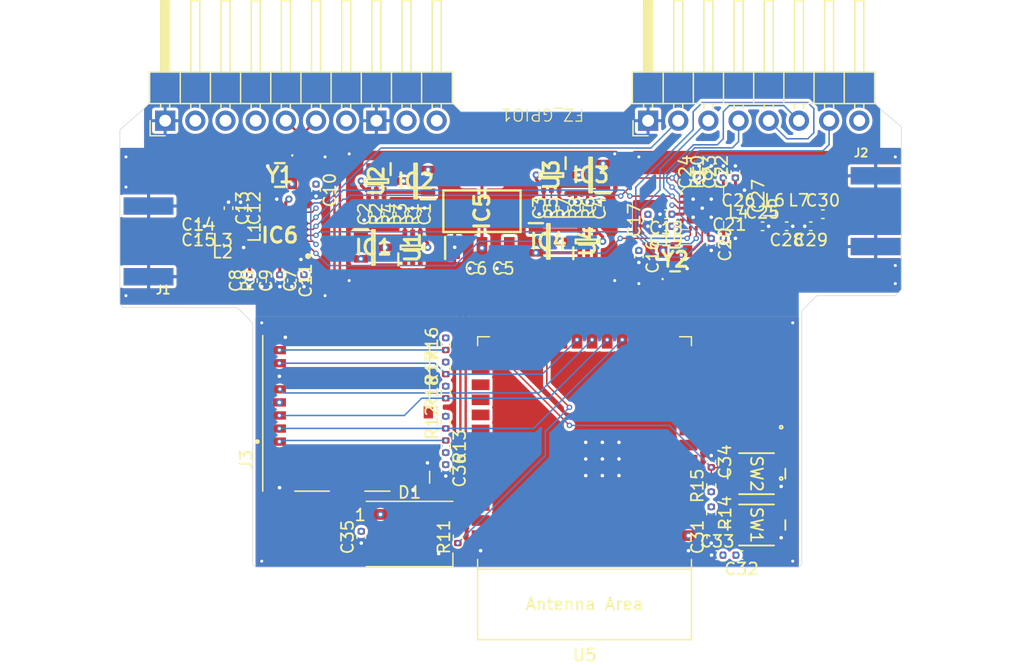
<source format=kicad_pcb>
(kicad_pcb (version 20221018) (generator pcbnew)
  (layers (0 "F.Cu" signal) (1 "In1.Cu" signal) (2 "In2.Cu" signal) (31 "B.Cu" signal) (34 "B.Paste" user) (35 "F.Paste" user) (36 "B.SilkS" user "B.Silkscreen") (37 "F.SilkS" user "F.Silkscreen") (38 "B.Mask" user) (39 "F.Mask" user) (44 "Edge.Cuts" user))
  (net 0 "")
  (net 1 "/Power Supply/+3v3 IN")
  (net 2 "GND")
  (net 3 "/Power Supply/+3v3 LDO")
  (net 4 "/Power Supply/+5v IN")
  (net 5 "/Power Supply/+5v USB")
  (net 6 "Net-(U2-B1)")
  (net 7 "Net-(U3-B1)")
  (net 8 "Net-(U4-B1)")
  (net 9 "/FlipperZero_GPIO/LPUART1_RX")
  (net 10 "/FlipperZero_GPIO/LPUART1_TX")
  (net 11 "/SPI Modules/CE")
  (net 12 "/SPI Modules/CS1")
  (net 13 "/SPI Modules/SCK")
  (net 14 "/SPI Modules/MOSI")
  (net 15 "/SPI Modules/MISO")
  (net 16 "/SPI Modules/CS0")
  (net 17 "/FlipperZero_GPIO/SWCLK")
  (net 18 "/FlipperZero_GPIO/SWDIO")
  (net 20 "/SPI Modules/CC1101/RF_N")
  (net 21 "/SPI Modules/CC1101/RF_P")
  (net 22 "/Power Supply/S0")
  (net 23 "/Power Supply/S2")
  (net 24 "/Power Supply/S1")
  (net 25 "/Power Supply/S3")
  (net 26 "/SPI Modules/CC1101/GDO2")
  (net 29 "/Power Supply/+5v OUT")
  (net 30 "/Power Supply/+3v3 OUT")
  (net 31 "Net-(IC6-DVDD)")
  (net 32 "Net-(IC6-VDD_PA)")
  (net 33 "Net-(C14-Pad2)")
  (net 34 "Net-(C14-Pad1)")
  (net 35 "Net-(C25-Pad1)")
  (net 36 "Net-(C26-Pad2)")
  (net 37 "Net-(C28-Pad2)")
  (net 38 "Net-(C29-Pad1)")
  (net 39 "Net-(C30-Pad2)")
  (net 40 "/SPI Modules/nRF24/IRQ")
  (net 41 "Net-(IC6-XC1)")
  (net 42 "Net-(IC6-ANT1)")
  (net 43 "Net-(IC6-ANT2)")
  (net 44 "Net-(IC6-IREF)")
  (net 45 "Net-(U1-B1)")
  (net 46 "Net-(U6-RBIAS)")
  (net 48 "Net-(U6-XOSC_Q1)")
  (net 56 "/ESP32/USB_D-")
  (net 57 "/ESP32/USB_D+")
  (net 74 "/ESP32/EN")
  (net 75 "/ESP32/BOOT")
  (net 78 "Net-(D1-DIN)")
  (net 79 "/ESP32/DATA2")
  (net 80 "/ESP32/DATA3")
  (net 81 "/ESP32/CMD")
  (net 82 "/ESP32/CLK")
  (net 83 "/ESP32/DATA0")
  (net 84 "/ESP32/DATA1")
  (net 85 "/ESP32/DETECT")
  (net 86 "Net-(U5-GPIO21)")
  (net 90 "/ESP32/SPI_CS1")
  (net 91 "/ESP32/SPI_HD")
  (net 92 "/ESP32/SPI_WP")
  (net 95 "/ESP32/U-")
  (net 96 "/ESP32/U+")
  (footprint "Capacitor_SMD:C_0402_1005Metric" (layer "F.Cu") (at 111.76 59.182 -90)
    (fp_text reference "C10")
    (fp_text value "100nF X7R")
  )
  (footprint "Resistor_SMD:R_0402_1005Metric" (layer "F.Cu") (at 123.698 88.39 90)
    (fp_text reference "R11")
    (fp_text value "220")
  )
  (footprint "Capacitor_SMD:C_0402_1005Metric" (layer "F.Cu") (at 120.904 61.214 90)
    (fp_text reference "C1")
    (fp_text value "100nF X7R")
  )
  (footprint "Downloads:TG2520SMN160000MMCGNNM3" (layer "F.Cu") (at 108.712 57.912 180)
    (fp_text reference "Y1")
    (fp_text value "TG2520SMN_16.0000M-MCGNNM3" hide)
  )
  (footprint "Capacitor_SMD:C_0402_1005Metric" (layer "F.Cu") (at 122.682 82.776 -90)
    (fp_text reference "C36")
    (fp_text value "100nF X7R")
  )
  (footprint "PCM_Espressif:ESP32-S3-WROOM-1" (layer "F.Cu") (at 134.366 81.28 180)
    (fp_text reference "U5")
    (fp_text value "ESP32-S3-WROOM-1")
  )
  (footprint "Capacitor_SMD:C_0402_1005Metric" (layer "F.Cu") (at 154.432 61.214)
    (fp_text reference "C30")
    (fp_text value "220pF NPO")
  )
  (footprint "Capacitor_SMD:C_0402_1005Metric" (layer "F.Cu") (at 145.542 89.916)
    (fp_text reference "C33")
    (fp_text value "100nF X7R")
  )
  (footprint "Downloads:SOT96P240X120-3N" (layer "F.Cu") (at 120.142 58.42 180)
    (fp_text reference "IC2")
    (fp_text value "DMP1045U-7" hide)
  )
  (footprint "Downloads:SOT65P210X110-6N" (layer "F.Cu") (at 119.888 64.008 90)
    (fp_text reference "U1")
    (fp_text value "MMDT2907A-7-F" hide)
  )
  (footprint "Capacitor_SMD:C_0402_1005Metric" (layer "F.Cu") (at 104.394 60.706 -90)
    (fp_text reference "C13")
    (fp_text value "4.7pF NPO")
  )
  (footprint "Downloads:SOT96P240X120-3N" (layer "F.Cu") (at 116.586 64.008)
    (fp_text reference "IC1")
    (fp_text value "DMP1045U-7" hide)
  )
  (footprint "Capacitor_SMD:C_0402_1005Metric" (layer "F.Cu") (at 138.938 64.77 -90)
    (fp_text reference "C16")
    (fp_text value "100nF X7R")
  )
  (footprint "Downloads:RF_SMA_BoardEdge_RF2-143-T-17-50-G" (layer "F.Cu") (at 163.83 60.96 -90)
    (fp_text reference "J2")
    (fp_text value "Conn_SMA_RF2-143-T-17-50-G")
  )
  (footprint "Downloads:SOT96P240X120-3N" (layer "F.Cu") (at 134.874 57.912 180)
    (fp_text reference "IC3")
    (fp_text value "DMP1045U-7" hide)
  )
  (footprint "Inductor_SMD:L_0402_1005Metric" (layer "F.Cu") (at 148.844 60.706 -90)
    (fp_text reference "L5")
    (fp_text value "27nH")
  )
  (footprint "Capacitor_SMD:C_0402_1005Metric" (layer "F.Cu") (at 127.508 65.786 180)
    (fp_text reference "C5")
    (fp_text value "10µF NPO")
  )
  (footprint "Resistor_SMD:R_0402_1005Metric" (layer "F.Cu") (at 118.872 61.214 90)
    (fp_text reference "R3")
    (fp_text value "100k")
  )
  (footprint "Downloads:SW4_SKRPABE010_ALPS" (layer "F.Cu") (at 148.844 87.376 -90)
    (fp_text reference "SW1")
    (fp_text value "SKRPABE010")
  )
  (footprint "Capacitor_SMD:C_0402_1005Metric" (layer "F.Cu") (at 153.416 62.23 180)
    (fp_text reference "C29")
    (fp_text value "5.6pF NPO")
  )
  (footprint "Capacitor_SMD:C_0402_1005Metric" (layer "F.Cu") (at 115.824 61.214 -90)
    (fp_text reference "C2")
    (fp_text value "100nF X7R")
  )
  (footprint "Downloads:SOT65P210X110-6N" (layer "F.Cu") (at 131.572 57.912 -90)
    (fp_text reference "U3")
    (fp_text value "MMDT2907A-7-F" hide)
  )
  (footprint "Capacitor_SMD:C_0402_1005Metric" (layer "F.Cu") (at 146.05 57.658 90)
    (fp_text reference "C23")
    (fp_text value "220pF NPO")
  )
  (footprint "Resistor_SMD:R_0402_1005Metric" (layer "F.Cu") (at 122.682 74.168 90)
    (fp_text reference "R17")
    (fp_text value "10k")
  )
  (footprint "Capacitor_SMD:C_0402_1005Metric" (layer "F.Cu") (at 108.712 66.802 90)
    (fp_text reference "C9")
    (fp_text value "1nF X7R")
  )
  (footprint "Downloads:SOT65P210X110-6N" (layer "F.Cu") (at 116.84 58.42 -90)
    (fp_text reference "U2")
    (fp_text value "MMDT2907A-7-F" hide)
  )
  (footprint "Capacitor_SMD:C_0402_1005Metric" (layer "F.Cu") (at 144.018 57.658 90)
    (fp_text reference "C24")
    (fp_text value "220pF NPO")
  )
  (footprint "Resistor_SMD:R_0402_1005Metric" (layer "F.Cu") (at 132.588 60.706 -90)
    (fp_text reference "R7")
    (fp_text value "100k")
  )
  (footprint "Resistor_SMD:R_0402_1005Metric" (layer "F.Cu") (at 107.188 66.802 90)
    (fp_text reference "R9")
    (fp_text value "22k")
  )
  (footprint "Downloads:RF_SMA_BoardEdge_RF2-143-T-17-50-G" (layer "F.Cu") (at 92.71 63.5 90)
    (fp_text reference "J1")
    (fp_text value "Conn_SMA_RF2-143-T-17-50-G")
  )
  (footprint "Capacitor_SMD:C_0402_1005Metric" (layer "F.Cu") (at 101.854 63.246)
    (fp_text reference "C14")
    (fp_text value "1.5pF NPO")
  )
  (footprint "Capacitor_SMD:C_0402_1005Metric" (layer "F.Cu") (at 109.728 66.802 -90)
    (fp_text reference "C11")
    (fp_text value "33nF X7R")
  )
  (footprint "Downloads:SOT65P210X110-6N" (layer "F.Cu") (at 134.62 63.5 90)
    (fp_text reference "U4")
    (fp_text value "MMDT2907A-7-F" hide)
  )
  (footprint "Capacitor_SMD:C_0402_1005Metric" (layer "F.Cu") (at 106.172 66.802 90)
    (fp_text reference "C8")
    (fp_text value "10nF X7R")
  )
  (footprint "Resistor_SMD:R_0402_1005Metric" (layer "F.Cu") (at 145.034 84.074 90)
    (fp_text reference "R15")
    (fp_text value "10k")
  )
  (footprint "Downloads:SOT96P240X120-3N" (layer "F.Cu") (at 131.318 63.5)
    (fp_text reference "IC4")
    (fp_text value "DMP1045U-7" hide)
  )
  (footprint "Downloads:QFN50P400X400X95-21N-D" (layer "F.Cu") (at 108.712 62.992 180)
    (fp_text reference "IC6")
    (fp_text value "nRF24L01P" hide)
  )
  (footprint "Capacitor_SMD:C_0402_1005Metric" (layer "F.Cu") (at 141.224 61.214 180)
    (fp_text reference "C18")
    (fp_text value "100nF X7R")
  )
  (footprint "Capacitor_SMD:C_0402_1005Metric" (layer "F.Cu") (at 147.32 61.214)
    (fp_text reference "C26")
    (fp_text value "3.9pF NPO")
  )
  (footprint "Downloads:SOT230P700X180-4N" (layer "F.Cu") (at 125.73 60.96 90)
    (fp_text reference "IC5")
    (fp_text value "AZ1117CH2-3.3TRG1" hide)
  )
  (footprint "Capacitor_SMD:C_0402_1005Metric" (layer "F.Cu") (at 147.066 57.658 90)
    (fp_text reference "C22")
    (fp_text value "10nF X7R")
  )
  (footprint "Capacitor_SMD:C_0402_1005Metric" (layer "F.Cu") (at 145.034 63.754 -90)
    (fp_text reference "C20")
    (fp_text value "10nF X7R")
  )
  (footprint "Resistor_SMD:R_0402_1005Metric" (layer "F.Cu") (at 122.682 78.74 90)
    (fp_text reference "R12")
    (fp_text value "10k")
  )
  (footprint "Resistor_SMD:R_0402_1005Metric" (layer "F.Cu") (at 117.856 61.214 -90)
    (fp_text reference "R4")
    (fp_text value "100k")
  )
  (footprint "Downloads:TG2520SMN160000MMCGNNM3" (layer "F.Cu") (at 141.986 65.024)
    (fp_text reference "Y2")
    (fp_text value "TG2520SMN_26.0000M-MCGNNM3" hide)
  )
  (footprint "Capacitor_SMD:C_0402_1005Metric" (layer "F.Cu") (at 146.558 63.246)
    (fp_text reference "C21")
    (fp_text value "220pF NPO")
  )
  (footprint "Resistor_SMD:R_0402_1005Metric" (layer "F.Cu") (at 145.034 57.656 90)
    (fp_text reference "R10")
    (fp_text value "56k")
  )
  (footprint "Resistor_SMD:R_0402_1005Metric" (layer "F.Cu") (at 116.84 61.214 -90)
    (fp_text reference "R2")
    (fp_text value "100k")
  )
  (footprint "Inductor_SMD:L_0402_1005Metric" (layer "F.Cu") (at 105.41 62.738 -90)
    (fp_text reference "L1")
    (fp_text value "8.2nH")
  )
  (footprint "Resistor_SMD:R_0402_1005Metric" (layer "F.Cu") (at 119.888 61.214 90)
    (fp_text reference "R1")
    (fp_text value "100k")
  )
  (footprint "Project_Library:FZ_GPIO" (layer "F.Cu") (at 157.495 53.34)
    (fp_text reference "FZ_GPIO1")
    (fp_text value "~" hide)
  )
  (footprint "Capacitor_SMD:C_0402_1005Metric" (layer "F.Cu") (at 115.57 88.392 90)
    (fp_text reference "C35")
    (fp_text value "100nF X7R")
  )
  (footprint "Resistor_SMD:R_0402_1005Metric" (layer "F.Cu") (at 134.62 60.706 90)
    (fp_text reference "R6")
    (fp_text value "100k")
  )
  (footprint "Capacitor_SMD:C_0402_1005Metric" (layer "F.Cu") (at 149.352 62.23)
    (fp_text reference "C25")
    (fp_text value "220pF NPO")
  )
  (footprint "Inductor_SMD:L_0402_1005Metric" (layer "F.Cu") (at 103.886 62.23 180)
    (fp_text reference "L3")
    (fp_text value "27nH")
  )
  (footprint "Capacitor_SMD:C_0402_1005Metric" (layer "F.Cu") (at 145.034 88.392 90)
    (fp_text reference "C31")
    (fp_text value "1µF NPO")
  )
  (footprint "Inductor_SMD:L_0402_1005Metric" (layer "F.Cu") (at 150.368 61.214)
    (fp_text reference "L6")
    (fp_text value "22nH")
  )
  (footprint "Capacitor_SMD:C_0402_1005Metric" (layer "F.Cu") (at 151.384 62.23 180)
    (fp_text reference "C28")
    (fp_text value "8.2pF NPO")
  )
  (footprint "Resistor_SMD:R_0402_1005Metric" (layer "F.Cu") (at 131.572 60.706 -90)
    (fp_text reference "R5")
    (fp_text value "100k")
  )
  (footprint "Resistor_SMD:R_0402_1005Metric" (layer "F.Cu") (at 122.682 80.772 -90)
    (fp_text reference "R13")
    (fp_text value "10k")
  )
  (footprint "Inductor_SMD:L_0402_1005Metric" (layer "F.Cu") (at 147.32 62.23)
    (fp_text reference "L4")
    (fp_text value "27nH")
  )
  (footprint "Capacitor_SMD:C_0402_1005Metric" (layer "F.Cu") (at 130.556 60.706 -90)
    (fp_text reference "C3")
    (fp_text value "100nF X7R")
  )
  (footprint "Resistor_SMD:R_0402_1005Metric" (layer "F.Cu") (at 133.604 60.706 90)
    (fp_text reference "R8")
    (fp_text value "100k")
  )
  (footprint "LED_SMD:LED_WS2812B_PLCC4_5.0x5.0mm_P3.2mm" (layer "F.Cu") (at 119.634 88.138)
    (fp_text reference "D1")
    (fp_text value "WS2812B")
  )
  (footprint "Capacitor_SMD:C_0402_1005Metric" (layer "F.Cu") (at 101.854 62.23 180)
    (fp_text reference "C15")
    (fp_text value "1pF NPO")
  )
  (footprint "Inductor_SMD:L_0402_1005Metric" (layer "F.Cu") (at 152.4 61.214)
    (fp_text reference "L7")
    (fp_text value "27nH")
  )
  (footprint "Capacitor_SMD:C_0402_1005Metric" (layer "F.Cu") (at 105.41 60.706 -90)
    (fp_text reference "C12")
    (fp_text value "2.2nF X7R")
  )
  (footprint "Capacitor_SMD:C_0402_1005Metric" (layer "F.Cu") (at 139.7 61.722 90)
    (fp_text reference "C17")
    (fp_text value "4.7µF NPO")
  )
  (footprint "Downloads:SW4_SKRPABE010_ALPS" (layer "F.Cu") (at 148.844 83.058 -90)
    (fp_text reference "SW2")
    (fp_text value "SKRPABE010")
  )
  (footprint "Inductor_SMD:L_0402_1005Metric" (layer "F.Cu") (at 103.886 63.246 180)
    (fp_text reference "L2")
    (fp_text value "3.9nH")
  )
  (footprint "Capacitor_SMD:C_0402_1005Metric" (layer "F.Cu") (at 147.828 59.69 -90)
    (fp_text reference "C27")
    (fp_text value "3.9pF NPO")
  )
  (footprint "Resistor_SMD:R_0402_1005Metric" (layer "F.Cu") (at 122.682 72.136 90)
    (fp_text reference "R16")
    (fp_text value "10k")
  )
  (footprint "Capacitor_SMD:C_0402_1005Metric" (layer "F.Cu") (at 147.574 89.916 180)
    (fp_text reference "C32")
    (fp_text value "22µF NPO")
  )
  (footprint "Resistor_SMD:R_0402_1005Metric" (layer "F.Cu") (at 145.034 86.36 -90)
    (fp_text reference "R14")
    (fp_text value "10k")
  )
  (footprint "Resistor_SMD:R_0402_1005Metric" (layer "F.Cu") (at 122.682 76.2 90)
    (fp_text reference "R18")
    (fp_text value "10k")
  )
  (footprint "Capacitor_SMD:C_0402_1005Metric" (layer "F.Cu") (at 145.034 82.042 -90)
    (fp_text reference "C34")
    (fp_text value "1µF NPO")
  )
  (footprint "Capacitor_SMD:C_0402_1005Metric" (layer "F.Cu") (at 110.744 66.802 90)
    (fp_text reference "C7")
    (fp_text value "4.7µF NPO")
  )
  (footprint "Capacitor_SMD:C_0402_1005Metric" (layer "F.Cu") (at 135.636 60.706 90)
    (fp_text reference "C4")
    (fp_text value "100nF X7R")
  )
  (footprint "digikey-footprints:QFN-20-1EP_4x4mm_RevA" (layer "F.Cu") (at 144.272 60.706)
    (fp_text reference "U6")
    (fp_text value "CC1101RGPR")
  )
  (footprint "Capacitor_SMD:C_0402_1005Metric" (layer "F.Cu") (at 141.224 62.23 180)
    (fp_text reference "C19")
    (fp_text value "100nF X7R")
  )
  (footprint "Capacitor_SMD:C_0402_1005Metric" (layer "F.Cu") (at 125.222 65.786 180)
    (fp_text reference "C6")
    (fp_text value "22µF NPO")
  )
  (footprint "Downloads:MOLEX_503398-1892" (layer "F.Cu") (at 114.3 77.978 90)
    (fp_text reference "J3")
    (fp_text value "503398-1892")
  )
  (gr_poly (pts (xy 106.426 90.678) (xy 106.426 70.358) (xy 105.156008 69.084486) (xy 95.504 69.062214) (xy 95.25 68.834) (xy 95.25 54.102) (xy 97.282 52.324) (xy 97.79 51.816) (xy 97.79 49.276) (xy 123.19 49.276) (xy 123.19 51.816) (xy 123.952 52.578) (xy 137.670105 52.578) (xy 138.43 51.816) (xy 138.43 49.276) (xy 158.75 49.276) (xy 158.75 51.816) (xy 159.512 52.578) (xy 161.036 53.848) (xy 161.036 67.564) (xy 160.528 68.072) (xy 153.924 68.072) (xy 152.654 69.342) (xy 152.654 90.678) (xy 152.4 90.932) (xy 106.68 90.932)) (stroke (width 0.05)) (fill none) (layer "Edge.Cuts"))
  (segment (start 115.57 58.8) (end 116.19 59.42) (width 0.254) (layer "F.Cu") (net 1))
  (segment (start 116.19 59.42) (end 116.19 60.368) (width 0.254) (layer "F.Cu") (net 1))
  (segment (start 116.19 60.368) (end 115.824 60.734) (width 0.254) (layer "F.Cu") (net 1))
  (segment (start 115.57 58.42) (end 115.57 58.8) (width 0.254) (layer "F.Cu") (net 1))
  (segment (start 119.092 58.42) (end 119.126 58.42) (width 0.254) (layer "F.Cu") (net 1))
  (via (at 115.57 58.42) (size 0.61) (drill 0.3) (layers "F.Cu" "B.Cu") (net 1))
  (via (at 119.126 58.42) (size 0.61) (drill 0.3) (layers "F.Cu" "B.Cu") (net 1))
  (segment (start 143.772 59.006) (end 143.772 60.206) (width 0.254) (layer "F.Cu") (net 2))
  (segment (start 110.408 64.942) (end 109.712 64.942) (width 0.254) (layer "F.Cu") (net 2))
  (segment (start 108.212 65.851562) (end 107.95 66.113562) (width 0.254) (layer "F.Cu") (net 2))
  (segment (start 108.458 59.944) (end 108.712 60.198) (width 0.254) (layer "F.Cu") (net 2))
  (segment (start 106.190418 63.492) (end 106.762 63.492) (width 0.254) (layer "F.Cu") (net 2))
  (segment (start 124.714 65.786) (end 124.704 65.776) (width 0.254) (layer "F.Cu") (net 2))
  (segment (start 110.49 65.024) (end 110.408 64.942) (width 0.254) (layer "F.Cu") (net 2))
  (segment (start 143.036 65.724) (end 143.036 65.752) (width 0.254) (layer "F.Cu") (net 2))
  (segment (start 108.212 64.942) (end 108.212 65.851562) (width 0.254) (layer "F.Cu") (net 2))
  (segment (start 108.712 60.198) (end 108.712 61.042) (width 0.254) (layer "F.Cu") (net 2))
  (segment (start 105.665181 64.017237) (end 106.190418 63.492) (width 0.254) (layer "F.Cu") (net 2))
  (segment (start 145.272 59.706) (end 145.034 59.944) (width 0.254) (layer "F.Cu") (net 2))
  (segment (start 145.272 59.006) (end 145.272 59.706) (width 0.254) (layer "F.Cu") (net 2))
  (segment (start 107.95 66.113562) (end 107.95 67.31) (width 0.254) (layer "F.Cu") (net 2))
  (segment (start 143.036 65.752) (end 143.002 65.786) (width 0.254) (layer "F.Cu") (net 2))
  (segment (start 124.742 65.786) (end 124.714 65.786) (width 0.254) (layer "F.Cu") (net 2))
  (segment (start 125.616 89.548) (end 125.616 89.54) (width 0.254) (layer "F.Cu") (net 2))
  (segment (start 143.772 60.206) (end 144.272 60.706) (width 0.254) (layer "F.Cu") (net 2))
  (via (at 109.728 67.31) (size 0.61) (drill 0.3) (layers "F.Cu" "B.Cu") (net 2))
  (via (at 117.846 61.712) (size 0.61) (drill 0.3) (layers "F.Cu" "B.Cu") (net 2))
  (via (at 146.05 57.15) (size 0.61) (drill 0.3) (layers "F.Cu" "B.Cu") (net 2))
  (via (at 145.034 61.468) (size 0.61) (drill 0.3) (layers "F.Cu" "B.Cu") (net 2))
  (via (at 160.528 65.532) (size 0.4572) (drill 0.254) (layers "F.Cu" "B.Cu") (net 2))
  (via (at 105.41 60.198) (size 0.61) (drill 0.3) (layers "F.Cu" "B.Cu") (net 2))
  (via (at 147.066 63.246) (size 0.61) (drill 0.3) (layers "F.Cu" "B.Cu") (net 2))
  (via (at 118.862 60.696) (size 0.61) (drill 0.3) (layers "F.Cu" "B.Cu") (net 2))
  (via (at 107.95 67.31) (size 0.61) (drill 0.3) (layers "F.Cu" "B.Cu") (net 2))
  (via (at 110.49 65.024) (size 0.61) (drill 0.3) (layers "F.Cu" "B.Cu") (net 2))
  (via (at 114.554 56.134) (size 0.4572) (drill 0.254) (layers "F.Cu" "B.Cu") (net 2))
  (via (at 131.562 61.204) (size 0.61) (drill 0.3) (layers "F.Cu" "B.Cu") (net 2))
  (via (at 133.594 60.188) (size 0.61) (drill 0.3) (layers "F.Cu" "B.Cu") (net 2))
  (via (at 107.188 70.358) (size 0.4572) (drill 0.254) (layers "F.Cu" "B.Cu") (net 2))
  (via (at 136.906 56.134) (size 0.4572) (drill 0.254) (layers "F.Cu" "B.Cu") (net 2))
  (via (at 147.066 57.15) (size 0.61) (drill 0.3) (layers "F.Cu" "B.Cu") (net 2))
  (via (at 145.034 81.534) (size 0.61) (drill 0.3) (layers "F.Cu" "B.Cu") (net 2))
  (via (at 143.002 65.786) (size 0.61) (drill 0.3) (layers "F.Cu" "B.Cu") (net 2))
  (via (at 136.906 66.802) (size 0.4572) (drill 0.254) (layers "F.Cu" "B.Cu") (net 2))
  (via (at 152.908 62.23) (size 0.61) (drill 0.3) (layers "F.Cu" "B.Cu") (net 2))
  (via (at 138.938 67.056) (size 0.4572) (drill 0.254) (layers "F.Cu" "B.Cu") (net 2))
  (via (at 137.266 80.42) (size 0.61) (drill 0.3) (layers "F.Cu" "B.Cu") (net 2))
  (via (at 110.744 67.31) (size 0.61) (drill 0.3) (layers "F.Cu" "B.Cu") (net 2))
  (via (at 106.172 67.31) (size 0.61) (drill 0.3) (layers "F.Cu" "B.Cu") (net 2))
  (via (at 115.814 61.712) (size 0.61) (drill 0.3) (layers "F.Cu" "B.Cu") (net 2))
  (via (at 135.626 60.188) (size 0.61) (drill 0.3) (layers "F.Cu" "B.Cu") (net 2))
  (via (at 130.546 61.204) (size 0.61) (drill 0.3) (layers "F.Cu" "B.Cu") (net 2))
  (via (at 145.034 59.944) (size 0.61) (drill 0.3) (layers "F.Cu" "B.Cu") (net 2))
  (via (at 150.919 88.450999) (size 0.61) (drill 0.3) (layers "F.Cu" "B.Cu") (net 2))
  (via (at 111.76 59.69) (size 0.61) (drill 0.3) (layers "F.Cu" "B.Cu") (net 2))
  (via (at 150.919 84.132999) (size 0.61) (drill 0.3) (layers "F.Cu" "B.Cu") (net 2))
  (via (at 151.892 62.23) (size 0.61) (drill 0.3) (layers "F.Cu" "B.Cu") (net 2))
  (via (at 135.866 83.22) (size 0.61) (drill 0.3) (layers "F.Cu" "B.Cu") (net 2))
  (via (at 107.188 67.31) (size 0.61) (drill 0.3) (layers "F.Cu" "B.Cu") (net 2))
  (via (at 121.666 71.498) (size 0.61) (drill 0.3) (layers "F.Cu" "B.Cu") (net 2))
  (via (at 120.894 60.696) (size 0.61) (drill 0.3) (layers "F.Cu" "B.Cu") (net 2))
  (via (at 145.034 57.15) (size 0.61) (drill 0.3) (layers "F.Cu" "B.Cu") (net 2))
  (via (at 140.716 61.214) (size 0.61) (drill 0.3) (layers "F.Cu" "B.Cu") (net 2))
  (via (at 134.61 60.188) (size 0.61) (drill 0.3) (layers "F.Cu" "B.Cu") (net 2))
  (via (at 109.175 71.578) (size 0.61) (drill 0.3) (layers "F.Cu" "B.Cu") (net 2))
  (via (at 139.7 62.23) (size 0.61) (drill 0.3) (layers "F.Cu" "B.Cu") (net 2))
  (via (at 138.938 65.278) (size 0.61) (drill 0.3) (layers "F.Cu" "B.Cu") (net 2))
  (via (at 132.578 61.204) (size 0.61) (drill 0.3) (layers "F.Cu" "B.Cu") (net 2))
  (via (at 160.528 67.056) (size 0.4572) (drill 0.254) (layers "F.Cu" "B.Cu") (net 2))
  (via (at 135.866 80.42) (size 0.61) (drill 0.3) (layers "F.Cu" "B.Cu") (net 2))
  (via (at 107.188 90.424) (size 0.4572) (drill 0.254) (layers "F.Cu" "B.Cu") (net 2))
  (via (at 134.466 83.22) (size 0.61) (drill 0.3) (layers "F.Cu" "B.Cu") (net 2))
  (via (at 114.554 66.802) (size 0.4572) (drill 0.254) (layers "F.Cu" "B.Cu") (net 2))
  (via (at 143.51 61.468) (size 0.61) (drill 0.3) (layers "F.Cu" "B.Cu") (net 2))
  (via (at 134.466 81.82) (size 0.61) (drill 0.3) (layers "F.Cu" "B.Cu") (net 2))
  (via (at 116.83 61.712) (size 0.61) (drill 0.3) (layers "F.Cu" "B.Cu") (net 2))
  (via (at 115.57 88.9) (size 0.61) (drill 0.3) (layers "F.Cu" "B.Cu") (net 2))
  (via (at 125.616 89.54) (size 0.61) (drill 0.3) (layers "F.Cu" "B.Cu") (net 2))
  (via (at 151.892 90.424) (size 0.4572) (drill 0.254) (layers "F.Cu" "B.Cu") (net 2))
  (via (at 149.86 62.23) (size 0.61) (drill 0.3) (layers "F.Cu" "B.Cu") (net 2))
  (via (at 104.394 60.198) (size 0.61) (drill 0.3) (layers "F.Cu" "B.Cu") (net 2))
  (via (at 122.084 89.788) (size 0.61) (drill 0.3) (layers "F.Cu" "B.Cu") (net 2))
  (via (at 119.878 60.696) (size 0.61) (drill 0.3) (layers "F.Cu" "B.Cu") (net 2))
  (via (at 108.712 67.31) (size 0.61) (drill 0.3) (layers "F.Cu" "B.Cu") (net 2))
  (via (at 107.696 57.15) (size 0.61) (drill 0.3) (layers "F.Cu" "B.Cu") (net 2))
  (via (at 105.665181 64.017237) (size 0.61) (drill 0.3) (layers "F.Cu" "B.Cu") (net 2))
  (via (at 135.866 81.82) (size 0.61) (drill 0.3) (layers "F.Cu" "B.Cu") (net 2))
  (via (at 145.034 88.9015) (size 0.61) (drill 0.3) (layers "F.Cu" "B.Cu") (net 2))
  (via (at 138.938 56.388) (size 0.4572) (drill 0.254) (layers "F.Cu" "B.Cu") (net 2))
  (via (at 119.94 84.458) (size 0.61) (drill 0.3) (layers "F.Cu" "B.Cu") (net 2))
  (via (at 145.062 89.916) (size 0.61) (drill 0.3) (layers "F.Cu" "B.Cu") (net 2))
  (via (at 124.704 65.776) (size 0.61) (drill 0.3) (layers "F.Cu" "B.Cu") (net 2))
  (via (at 112.522 68.072) (size 0.4572) (drill 0.254) (layers "F.Cu" "B.Cu") (net 2))
  (via (at 126.99 65.776) (size 0.61) (drill 0.3) (layers "F.Cu" "B.Cu") (net 2))
  (via (at 108.675 74.858) (size 0.61) (drill 0.3) (layers "F.Cu" "B.Cu") (net 2))
  (via (at 95.758 56.388) (size 0.4572) (drill 0.254) (layers "F.Cu" "B.Cu") (net 2))
  (via (at 95.758 58.928) (size 0.4572) (drill 0.254) (layers "F.Cu" "B.Cu") (net 2))
  (via (at 122.682 83.256) (size 0.61) (drill 0.3) (layers "F.Cu" "B.Cu") (net 2))
  (via (at 137.266 81.82) (size 0.61) (drill 0.3) (layers "F.Cu" "B.Cu") (net 2))
  (via (at 147.828 59.182) (size 0.61) (drill 0.3) (layers "F.Cu" "B.Cu") (net 2))
  (via (at 112.522 56.388) (size 0.4572) (drill 0.254) (layers "F.Cu" "B.Cu") (net 2))
  (via (at 121.14 82.148) (size 0.61) (drill 0.3) (layers "F.Cu" "B.Cu") (net 2))
  (via (at 143.51 59.944) (size 0.61) (drill 0.3) (layers "F.Cu" "B.Cu") (net 2))
  (via (at 145.034 64.262) (size 0.61) (drill 0.3) (layers "F.Cu" "B.Cu") (net 2))
  (via (at 140.716 62.23) (size 0.61) (drill 0.3) (layers "F.Cu" "B.Cu") (net 2))
  (via (at 134.466 80.42) (size 0.61) (drill 0.3) (layers "F.Cu" "B.Cu") (net 2))
  (via (at 151.892 70.358) (size 0.4572) (drill 0.254) (layers "F.Cu" "B.Cu") (net 2))
  (via (at 160.528 56.388) (size 0.4572) (drill 0.254) (layers "F.Cu" "B.Cu") (net 2))
  (via (at 143.116 89.54) (size 0.61) (drill 0.3) (layers "F.Cu" "B.Cu") (net 2))
  (via (at 137.266 83.22) (size 0.61) (drill 0.3) (layers "F.Cu" "B.Cu") (net 2))
  (via (at 102.362 62.23) (size 0.61) (drill 0.3) (layers "F.Cu" "B.Cu") (net 2))
  (via (at 123.434 63.998) (size 0.61) (drill 0.3) (layers "F.Cu" "B.Cu") (net 2))
  (via (at 108.458 59.944) (size 0.61) (drill 0.3) (layers "F.Cu" "B.Cu") (net 2))
  (via (at 144.018 57.15) (size 0.61) (drill 0.3) (layers "F.Cu" "B.Cu") (net 2))
  (via (at 95.758 68.072) (size 0.4572) (drill 0.254) (layers "F.Cu" "B.Cu") (net 2))
  (via (at 108.69 84.238) (size 0.61) (drill 0.3) (layers "F.Cu" "B.Cu") (net 2))
  (via (at 144.272 60.706) (size 0.61) (drill 0.3) (layers "F.Cu" "B.Cu") (net 2))
  (segment (start 108.854 84.074) (end 108.69 84.238) (width 0.254) (layer "B.Cu") (net 2))
  (segment (start 117.636 64.008) (end 117.602 64.008) (width 0.254) (layer "F.Cu") (net 3))
  (segment (start 121.158 63.628) (end 120.538 63.008) (width 0.254) (layer "F.Cu") (net 3))
  (segment (start 121.158 64.008) (end 121.158 63.628) (width 0.254) (layer "F.Cu") (net 3))
  (segment (start 120.538 63.008) (end 120.538 62.06) (width 0.254) (layer "F.Cu") (net 3))
  (segment (start 125.73 57.86) (end 125.73 60.96) (width 0.254) (layer "F.Cu") (net 3))
  (segment (start 125.73 60.96) (end 125.73 65.758) (width 0.254) (layer "F.Cu") (net 3))
  (segment (start 120.538 62.06) (end 120.904 61.694) (width 0.254) (layer "F.Cu") (net 3))
  (segment (start 125.73 65.758) (end 125.702 65.786) (width 0.254) (layer "F.Cu") (net 3))
  (via (at 121.158 64.008) (size 0.61) (drill 0.3) (layers "F.Cu" "B.Cu") (net 3))
  (via (at 125.73 64.06) (size 0.61) (drill 0.3) (layers "F.Cu" "B.Cu") (net 3))
  (via (at 117.602 64.008) (size 0.61) (drill 0.3) (layers "F.Cu" "B.Cu") (net 3))
  (segment (start 130.302 58.292) (end 130.922 58.912) (width 0.254) (layer "F.Cu") (net 4))
  (segment (start 133.824 57.912) (end 133.858 57.912) (width 0.254) (layer "F.Cu") (net 4))
  (segment (start 130.302 57.912) (end 130.302 58.292) (width 0.254) (layer "F.Cu") (net 4))
  (segment (start 130.922 58.912) (end 130.922 59.86) (width 0.254) (layer "F.Cu") (net 4))
  (segment (start 130.922 59.86) (end 130.556 60.226) (width 0.254) (layer "F.Cu") (net 4))
  (via (at 130.302 57.912) (size 0.61) (drill 0.3) (layers "F.Cu" "B.Cu") (net 4))
  (via (at 133.858 57.912) (size 0.61) (drill 0.3) (layers "F.Cu" "B.Cu") (net 4))
  (segment (start 135.89 63.5) (end 135.89 63.12) (width 0.254) (layer "F.Cu") (net 5))
  (segment (start 135.27 61.552) (end 135.636 61.186) (width 0.254) (layer "F.Cu") (net 5))
  (segment (start 135.89 63.12) (end 135.27 62.5) (width 0.254) (layer "F.Cu") (net 5))
  (segment (start 132.368 63.5) (end 132.334 63.5) (width 0.254) (layer "F.Cu") (net 5))
  (segment (start 135.27 62.5) (end 135.27 61.552) (width 0.254) (layer "F.Cu") (net 5))
  (via (at 132.334 63.5) (size 0.61) (drill 0.3) (layers "F.Cu" "B.Cu") (net 5))
  (via (at 135.89 63.5) (size 0.61) (drill 0.3) (layers "F.Cu" "B.Cu") (net 5))
  (segment (start 116.84 57.42) (end 116.84 58.42) (width 0.127) (layer "F.Cu") (net 6))
  (segment (start 116.19 57.42) (end 116.19 58.278) (width 0.127) (layer "F.Cu") (net 6))
  (segment (start 116.332 58.42) (end 116.84 58.42) (width 0.127) (layer "F.Cu") (net 6))
  (segment (start 116.84 58.42) (end 116.84 59.42) (width 0.127) (layer "F.Cu") (net 6))
  (segment (start 116.19 58.278) (end 116.332 58.42) (width 0.127) (layer "F.Cu") (net 6))
  (segment (start 116.84 59.42) (end 116.84 60.704) (width 0.127) (layer "F.Cu") (net 6))
  (segment (start 130.922 56.912) (end 130.922 57.77) (width 0.127) (layer "F.Cu") (net 7))
  (segment (start 131.572 58.912) (end 131.572 60.196) (width 0.127) (layer "F.Cu") (net 7))
  (segment (start 130.922 57.77) (end 131.064 57.912) (width 0.127) (layer "F.Cu") (net 7))
  (segment (start 131.572 56.912) (end 131.572 57.912) (width 0.127) (layer "F.Cu") (net 7))
  (segment (start 131.064 57.912) (end 131.572 57.912) (width 0.127) (layer "F.Cu") (net 7))
  (segment (start 131.572 57.912) (end 131.572 58.912) (width 0.127) (layer "F.Cu") (net 7))
  (segment (start 135.27 63.642) (end 135.128 63.5) (width 0.127) (layer "F.Cu") (net 8))
  (segment (start 135.27 64.5) (end 135.27 63.642) (width 0.127) (layer "F.Cu") (net 8))
  (segment (start 134.62 61.216) (end 134.62 62.5) (width 0.127) (layer "F.Cu") (net 8))
  (segment (start 134.62 62.5) (end 134.62 63.5) (width 0.127) (layer "F.Cu") (net 8))
  (segment (start 135.128 63.5) (end 134.62 63.5) (width 0.127) (layer "F.Cu") (net 8))
  (segment (start 134.62 63.5) (end 134.62 64.5) (width 0.127) (layer "F.Cu") (net 8))
  (segment (start 110.662 63.992) (end 111.237816 63.992) (width 0.127) (layer "F.Cu") (net 11))
  (segment (start 137.3669 63.246) (end 143.002 63.246) (width 0.127) (layer "F.Cu") (net 11))
  (segment (start 111.237816 63.992) (end 111.756035 64.510219) (width 0.127) (layer "F.Cu") (net 11))
  (segment (start 143.272 62.406) (end 143.272 62.976) (width 0.127) (layer "F.Cu") (net 11))
  (segment (start 143.272 62.976) (end 143.002 63.246) (width 0.127) (layer "F.Cu") (net 11))
  (via (at 111.756035 64.510219) (size 0.4572) (drill 0.254) (layers "F.Cu" "B.Cu") (net 11))
  (via (at 137.3669 63.246) (size 0.4572) (drill 0.254) (layers "F.Cu" "B.Cu") (net 11))
  (via (at 143.002 63.246) (size 0.4572) (drill 0.254) (layers "F.Cu" "B.Cu") (net 11))
  (segment (start 139.7 63.246) (end 138.938 62.484) (width 0.127) (layer "B.Cu") (net 11))
  (segment (start 131.109462 64.497481) (end 136.115419 64.497481) (width 0.127) (layer "B.Cu") (net 11))
  (segment (start 138.938 60.96) (end 140.716 59.182) (width 0.127) (layer "B.Cu") (net 11))
  (segment (start 125.494519 63.4915) (end 130.103481 63.4915) (width 0.127) (layer "B.Cu") (net 11))
  (segment (start 136.115419 64.497481) (end 137.3669 63.246) (width 0.127) (layer "B.Cu") (net 11))
  (segment (start 143.002 63.246) (end 139.7 63.246) (width 0.127) (layer "B.Cu") (net 11))
  (segment (start 138.938 62.484) (end 138.938 60.96) (width 0.127) (layer "B.Cu") (net 11))
  (segment (start 112.782316 65.5365) (end 123.449519 65.5365) (width 0.127) (layer "B.Cu") (net 11))
  (segment (start 130.103481 63.4915) (end 131.109462 64.497481) (width 0.127) (layer "B.Cu") (net 11))
  (segment (start 123.449519 65.5365) (end 125.494519 63.4915) (width 0.127) (layer "B.Cu") (net 11))
  (segment (start 140.716 59.182) (end 140.716 57.419) (width 0.127) (layer "B.Cu") (net 11))
  (segment (start 140.716 57.419) (end 144.795 53.34) (width 0.127) (layer "B.Cu") (net 11))
  (segment (start 111.756035 64.510219) (end 112.782316 65.5365) (width 0.127) (layer "B.Cu") (net 11))
  (segment (start 110.662 63.492) (end 111.498 63.492) (width 0.127) (layer "F.Cu") (net 12))
  (segment (start 111.498 63.492) (end 111.76 63.754) (width 0.127) (layer "F.Cu") (net 12))
  (via (at 111.76 63.754) (size 0.4572) (drill 0.254) (layers "F.Cu" "B.Cu") (net 12))
  (segment (start 111.3155 63.3095) (end 111.3155 60.521882) (width 0.127) (layer "B.Cu") (net 12))
  (segment (start 111.76 63.754) (end 111.3155 63.3095) (width 0.127) (layer "B.Cu") (net 12))
  (segment (start 111.575882 60.2615) (end 112.60729 60.2615) (width 0.127) (layer "B.Cu") (net 12))
  (segment (start 111.3155 60.521882) (end 111.575882 60.2615) (width 0.127) (layer "B.Cu") (net 12))
  (segment (start 117.22689 55.6419) (end 139.9531 55.6419) (width 0.127) (layer "B.Cu") (net 12))
  (segment (start 139.9531 55.6419) (end 142.255 53.34) (width 0.127) (layer "B.Cu") (net 12))
  (segment (start 112.60729 60.2615) (end 117.22689 55.6419) (width 0.127) (layer "B.Cu") (net 12))
  (segment (start 142.572 59.706) (end 142.51 59.706) (width 0.127) (layer "F.Cu") (net 13))
  (segment (start 142.51 59.706) (end 141.732 58.928) (width 0.127) (layer "F.Cu") (net 13))
  (segment (start 110.662 62.992) (end 111.76 62.992) (width 0.127) (layer "F.Cu") (net 13))
  (via (at 111.76 62.992) (size 0.4572) (drill 0.254) (layers "F.Cu" "B.Cu") (net 13))
  (via (at 141.732 58.928) (size 0.4572) (drill 0.254) (layers "F.Cu" "B.Cu") (net 13))
  (segment (start 144.2085 63.430118) (end 144.2085 63.061882) (width 0.127) (layer "B.Cu") (net 13))
  (segment (start 142.360618 61.214) (end 142.360618 59.556618) (width 0.127) (layer "B.Cu") (net 13))
  (segment (start 141.2875 57.981882) (end 143.643382 55.626) (width 0.127) (layer "B.Cu") (net 13))
  (segment (start 141.732 58.928) (end 141.2875 58.4835) (width 0.127) (layer "B.Cu") (net 13))
  (segment (start 140.56608 64.8305) (end 142.808118 64.8305) (width 0.127) (layer "B.Cu") (net 13))
  (segment (start 146.812 55.626) (end 147.335 55.103) (width 0.127) (layer "B.Cu") (net 13))
  (segment (start 111.76 62.992) (end 112.05758 62.69442) (width 0.127) (layer "B.Cu") (net 13))
  (segment (start 112.05758 62.69442) (end 138.43 62.69442) (width 0.127) (layer "B.Cu") (net 13))
  (segment (start 147.335 55.103) (end 147.335 53.34) (width 0.127) (layer "B.Cu") (net 13))
  (segment (start 141.2875 58.4835) (end 141.2875 57.981882) (width 0.127) (layer "B.Cu") (net 13))
  (segment (start 142.360618 59.556618) (end 141.732 58.928) (width 0.127) (layer "B.Cu") (net 13))
  (segment (start 143.643382 55.626) (end 146.812 55.626) (width 0.127) (layer "B.Cu") (net 13))
  (segment (start 142.808118 64.8305) (end 144.2085 63.430118) (width 0.127) (layer "B.Cu") (net 13))
  (segment (start 138.43 62.69442) (end 140.56608 64.8305) (width 0.127) (layer "B.Cu") (net 13))
  (segment (start 144.2085 63.061882) (end 142.360618 61.214) (width 0.127) (layer "B.Cu") (net 13))
  (segment (start 138.938 58.166) (end 141.732 58.166) (width 0.127) (layer "F.Cu") (net 14))
  (segment (start 137.414 59.69) (end 138.938 58.166) (width 0.127) (layer "F.Cu") (net 14))
  (segment (start 111.498 62.492) (end 110.662 62.492) (width 0.127) (layer "F.Cu") (net 14))
  (segment (start 142.572 59.006) (end 141.732 58.166) (width 0.127) (layer "F.Cu") (net 14))
  (segment (start 143.272 59.006) (end 142.572 59.006) (width 0.127) (layer "F.Cu") (net 14))
  (segment (start 111.76 62.23) (end 111.498 62.492) (width 0.127) (layer "F.Cu") (net 14))
  (via (at 141.732 58.166) (size 0.4572) (drill 0.254) (layers "F.Cu" "B.Cu") (net 14))
  (via (at 137.414 59.69) (size 0.4572) (drill 0.254) (layers "F.Cu" "B.Cu") (net 14))
  (via (at 111.76 62.23) (size 0.4572) (drill 0.254) (layers "F.Cu" "B.Cu") (net 14))
  (segment (start 154.955 55.357) (end 154.955 53.34) (width 0.127) (layer "B.Cu") (net 14))
  (segment (start 137.3435 59.6195) (end 114.6245 59.6195) (width 0.127) (layer "B.Cu") (net 14))
  (segment (start 114.3 59.944) (end 114.046 59.944) (width 0.127) (layer "B.Cu") (net 14))
  (segment (start 137.414 59.69) (end 137.3435 59.6195) (width 0.127) (layer "B.Cu") (net 14))
  (segment (start 144.018 55.88) (end 154.432 55.88) (width 0.127) (layer "B.Cu") (net 14))
  (segment (start 114.6245 59.6195) (end 114.3 59.944) (width 0.127) (layer "B.Cu") (net 14))
  (segment (start 141.732 58.166) (end 144.018 55.88) (width 0.127) (layer "B.Cu") (net 14))
  (segment (start 154.432 55.88) (end 154.955 55.357) (width 0.127) (layer "B.Cu") (net 14))
  (segment (start 114.046 59.944) (end 111.76 62.23) (width 0.127) (layer "B.Cu") (net 14))
  (segment (start 138.176 59.69) (end 141.732 59.69) (width 0.127) (layer "F.Cu") (net 15))
  (segment (start 111.76 61.468) (end 111.236 61.992) (width 0.127) (layer "F.Cu") (net 15))
  (segment (start 111.236 61.992) (end 110.662 61.992) (width 0.127) (layer "F.Cu") (net 15))
  (segment (start 142.572 60.206) (end 142.248 60.206) (width 0.127) (layer "F.Cu") (net 15))
  (segment (start 142.248 60.206) (end 141.732 59.69) (width 0.127) (layer "F.Cu") (net 15))
  (via (at 111.76 61.468) (size 0.4572) (drill 0.254) (layers "F.Cu" "B.Cu") (net 15))
  (via (at 138.176 59.69) (size 0.4572) (drill 0.254) (layers "F.Cu" "B.Cu") (net 15))
  (via (at 141.732 59.69) (size 0.4572) (drill 0.254) (layers "F.Cu" "B.Cu") (net 15))
  (segment (start 151.145 52.07) (end 152.415 53.34) (width 0.127) (layer "B.Cu") (net 15))
  (segment (start 146.05 54.864) (end 146.05 52.578) (width 0.127) (layer "B.Cu") (net 15))
  (segment (start 141.0335 57.876672) (end 143.538172 55.372) (width 0.127) (layer "B.Cu") (net 15))
  (segment (start 137.668 59.182) (end 114.046 59.182) (width 0.127) (layer "B.Cu") (net 15))
  (segment (start 138.176 59.69) (end 137.668 59.182) (width 0.127) (layer "B.Cu") (net 15))
  (segment (start 143.538172 55.372) (end 145.542 55.372) (width 0.127) (layer "B.Cu") (net 15))
  (segment (start 145.542 55.372) (end 146.05 54.864) (width 0.127) (layer "B.Cu") (net 15))
  (segment (start 141.732 59.69) (end 141.0335 58.9915) (width 0.127) (layer "B.Cu") (net 15))
  (segment (start 146.558 52.07) (end 151.145 52.07) (width 0.127) (layer "B.Cu") (net 15))
  (segment (start 141.0335 58.9915) (end 141.0335 57.876672) (width 0.127) (layer "B.Cu") (net 15))
  (segment (start 146.05 52.578) (end 146.558 52.07) (width 0.127) (layer "B.Cu") (net 15))
  (segment (start 114.046 59.182) (end 111.76 61.468) (width 0.127) (layer "B.Cu") (net 15))
  (segment (start 143.772 62.406) (end 143.772 63.238) (width 0.127) (layer "F.Cu") (net 16))
  (segment (start 143.772 63.238) (end 143.764 63.246) (width 0.127) (layer "F.Cu") (net 16))
  (via (at 143.764 63.246) (size 0.4572) (drill 0.254) (layers "F.Cu" "B.Cu") (net 16))
  (segment (start 143.51 54.102) (end 143.51 52.578) (width 0.127) (layer "B.Cu") (net 16))
  (segment (start 153.67 52.324) (end 153.67 54.356) (width 0.127) (layer "B.Cu") (net 16))
  (segment (start 138.684 58.928) (end 143.51 54.102) (width 0.127) (layer "B.Cu") (net 16))
  (segment (start 138.684 62.58921) (end 138.684 58.928) (width 0.127) (layer "B.Cu") (net 16))
  (segment (start 143.764 63.246) (end 143.3195 63.6905) (width 0.127) (layer "B.Cu") (net 16))
  (segment (start 144.272 51.816) (end 153.162 51.816) (width 0.127) (layer "B.Cu") (net 16))
  (segment (start 153.162 51.816) (end 153.67 52.324) (width 0.127) (layer "B.Cu") (net 16))
  (segment (start 143.3195 63.6905) (end 139.78529 63.6905) (width 0.127) (layer "B.Cu") (net 16))
  (segment (start 143.51 52.578) (end 144.272 51.816) (width 0.127) (layer "B.Cu") (net 16))
  (segment (start 139.78529 63.6905) (end 138.684 62.58921) (width 0.127) (layer "B.Cu") (net 16))
  (segment (start 153.162 54.864) (end 151.399 54.864) (width 0.127) (layer "B.Cu") (net 16))
  (segment (start 151.399 54.864) (end 149.875 53.34) (width 0.127) (layer "B.Cu") (net 16))
  (segment (start 153.67 54.356) (end 153.162 54.864) (width 0.127) (layer "B.Cu") (net 16))
  (segment (start 146.951746 60.17) (end 147.828 60.17) (width 0.2) (layer "F.Cu") (net 20))
  (segment (start 145.972 60.706) (end 146.415746 60.706) (width 0.2) (layer "F.Cu") (net 20))
  (segment (start 147.828 60.17) (end 148.793 60.17) (width 0.2) (layer "F.Cu") (net 20))
  (segment (start 148.793 60.17) (end 148.844 60.221) (width 0.2) (layer "F.Cu") (net 20))
  (segment (start 146.415746 60.706) (end 146.951746 60.17) (width 0.2) (layer "F.Cu") (net 20))
  (segment (start 145.972 61.206) (end 146.832 61.206) (width 0.2) (layer "F.Cu") (net 21))
  (segment (start 146.832 61.206) (end 146.84 61.214) (width 0.2) (layer "F.Cu") (net 21))
  (segment (start 146.84 62.225) (end 146.835 62.23) (width 0.2) (layer "F.Cu") (net 21))
  (segment (start 146.84 61.214) (end 146.84 62.225) (width 0.2) (layer "F.Cu") (net 21))
  (segment (start 117.49 60.338) (end 117.856 60.704) (width 0.254) (layer "F.Cu") (net 22))
  (segment (start 117.49 59.42) (end 117.49 60.338) (width 0.254) (layer "F.Cu") (net 22))
  (segment (start 121.208 59.38) (end 117.53 59.38) (width 0.254) (layer "F.Cu") (net 22))
  (segment (start 117.53 59.38) (end 117.49 59.42) (width 0.254) (layer "F.Cu") (net 22))
  (segment (start 115.536 63.048) (end 119.198 63.048) (width 0.254) (layer "F.Cu") (net 23))
  (segment (start 119.238 62.09) (end 118.872 61.724) (width 0.254) (layer "F.Cu") (net 23))
  (segment (start 119.198 63.048) (end 119.238 63.008) (width 0.254) (layer "F.Cu") (net 23))
  (segment (start 119.238 63.008) (end 119.238 62.09) (width 0.254) (layer "F.Cu") (net 23))
  (segment (start 132.262 58.872) (end 132.222 58.912) (width 0.254) (layer "F.Cu") (net 24))
  (segment (start 132.222 59.83) (end 132.588 60.196) (width 0.254) (layer "F.Cu") (net 24))
  (segment (start 132.222 58.912) (end 132.222 59.83) (width 0.254) (layer "F.Cu") (net 24))
  (segment (start 135.924 58.872) (end 132.262 58.872) (width 0.254) (layer "F.Cu") (net 24))
  (segment (start 133.93 62.54) (end 133.97 62.5) (width 0.254) (layer "F.Cu") (net 25))
  (segment (start 130.268 62.54) (end 133.93 62.54) (width 0.254) (layer "F.Cu") (net 25))
  (segment (start 133.97 62.5) (end 133.97 61.582) (width 0.254) (layer "F.Cu") (net 25))
  (segment (start 133.97 61.582) (end 133.604 61.216) (width 0.254) (layer "F.Cu") (net 25))
  (segment (start 142.245 60.706) (end 141.991 60.452) (width 0.127) (layer "F.Cu") (net 26))
  (segment (start 142.572 60.706) (end 142.245 60.706) (width 0.127) (layer "F.Cu") (net 26))
  (segment (start 141.991 60.452) (end 141.732 60.452) (width 0.127) (layer "F.Cu") (net 26))
  (via (at 141.732 60.452) (size 0.4572) (drill 0.254) (layers "F.Cu" "B.Cu") (net 26))
  (segment (start 128.43 64.46) (end 128.03 64.06) (width 0.254) (layer "F.Cu") (net 29))
  (segment (start 128.03 64.06) (end 128.03 65.744) (width 0.254) (layer "F.Cu") (net 29))
  (segment (start 132.262 56.952) (end 132.222 56.912) (width 0.254) (layer "F.Cu") (net 29))
  (segment (start 130.268 64.46) (end 128.43 64.46) (width 0.254) (layer "F.Cu") (net 29))
  (segment (start 130.268 64.46) (end 133.93 64.46) (width 0.254) (layer "F.Cu") (net 29))
  (segment (start 128.03 65.744) (end 127.988 65.786) (width 0.254) (layer "F.Cu") (net 29))
  (segment (start 135.924 56.952) (end 132.262 56.952) (width 0.254) (layer "F.Cu") (net 29))
  (segment (start 133.93 64.46) (end 133.97 64.5) (width 0.254) (layer "F.Cu") (net 29))
  (via (at 130.268 64.46) (size 0.61) (drill 0.3) (layers "F.Cu" "B.Cu") (net 29))
  (via (at 135.924 56.952) (size 0.61) (drill 0.3) (layers "F.Cu" "B.Cu") (net 29))
  (segment (start 146.296 60.206) (end 147.066 59.436) (width 0.254) (layer "F.Cu") (net 30))
  (segment (start 110.744 66.322) (end 110.744 66.294) (width 0.254) (layer "F.Cu") (net 30))
  (segment (start 139.7 61.242) (end 139.7 61.214) (width 0.254) (layer "F.Cu") (net 30))
  (segment (start 144.272 58.392) (end 144.018 58.138) (width 0.254) (layer "F.Cu") (net 30))
  (segment (start 122.682 73.658) (end 122.682 73.66) (width 0.254) (layer "F.Cu") (net 30))
  (segment (start 141.712 61.206) (end 141.704 61.214) (width 0.254) (layer "F.Cu") (net 30))
  (segment (start 109.212 61.042) (end 109.212 60.206) (width 0.254) (layer "F.Cu") (net 30))
  (segment (start 122.682 78.23) (end 122.682 78.232) (width 0.254) (layer "F.Cu") (net 30))
  (segment (start 145.034 63.274) (end 145.034 63.246) (width 0.254) (layer "F.Cu") (net 30))
  (segment (start 108.712 64.942) (end 108.712 66.322) (width 0.254) (layer "F.Cu") (net 30))
  (segment (start 121.208 57.46) (end 117.53 57.46) (width 0.254) (layer "F.Cu") (net 30))
  (segment (start 146.078 63.246) (end 146.078 62.766) (width 0.254) (layer "F.Cu") (net 30))
  (segment (start 145.972 62.66) (end 145.972 61.706) (width 0.254) (layer "F.Cu") (net 30))
  (segment (start 142.494 62.23) (end 141.704 62.23) (width 0.254) (layer "F.Cu") (net 30))
  (segment (start 146.05 59.628) (end 145.972 59.706) (width 0.254) (layer "F.Cu") (net 30))
  (segment (start 109.852 58.702) (end 109.762 58.612) (width 0.254) (layer "F.Cu") (net 30))
  (segment (start 122.682 81.282) (end 122.682 81.28) (width 0.254) (layer "F.Cu") (net 30))
  (segment (start 146.05 58.138) (end 146.05 59.628) (width 0.254) (layer "F.Cu") (net 30))
  (segment (start 142.572 62.152) (end 142.494 62.23) (width 0.254) (layer "F.Cu") (net 30))
  (segment (start 106.762 64.18) (end 106.762 63.992) (width 0.254) (layer "F.Cu") (net 30))
  (segment (start 106.172 66.294) (end 106.172 64.77) (width 0.254) (layer "F.Cu") (net 30))
  (segment (start 145.034 63.246) (end 144.772 62.984) (width 0.254) (layer "F.Cu") (net 30))
  (segment (start 122.682 71.626) (end 122.682 71.628) (width 0.254) (layer "F.Cu") (net 30))
  (segment (start 144.272 59.006) (end 144.272 58.392) (width 0.254) (layer "F.Cu") (net 30))
  (segment (start 144.772 62.984) (end 144.772 62.406) (width 0.254) (layer "F.Cu") (net 30))
  (segment (start 115.536 64.968) (end 119.198 64.968) (width 0.254) (layer "F.Cu") (net 30))
  (segment (start 117.53 57.46) (end 117.49 57.42) (width 0.254) (layer "F.Cu") (net 30))
  (segment (start 145.972 60.206) (end 146.296 60.206) (width 0.254) (layer "F.Cu") (net 30))
  (segment (start 146.078 62.766) (end 145.972 62.66) (width 0.254) (layer "F.Cu") (net 30))
  (segment (start 142.572 61.206) (end 141.712 61.206) (width 0.254) (layer "F.Cu") (net 30))
  (segment (start 142.572 61.706) (end 142.572 62.152) (width 0.254) (layer "F.Cu") (net 30))
  (segment (start 147.066 59.436) (end 147.066 58.138) (width 0.254) (layer "F.Cu") (net 30))
  (segment (start 106.172 64.77) (end 106.762 64.18) (width 0.254) (layer "F.Cu") (net 30))
  (segment (start 119.198 64.968) (end 119.238 65.008) (width 0.254) (layer "F.Cu") (net 30))
  (segment (start 122.68 73.914) (end 122.682 73.914) (width 0.127) (layer "F.Cu") (net 30))
  (segment (start 109.212 60.206) (end 109.474 59.944) (width 0.254) (layer "F.Cu") (net 30))
  (segment (start 122.682 75.69) (end 122.682 75.692) (width 0.254) (layer "F.Cu") (net 30))
  (via (at 115.57 87.912) (size 0.61) (drill 0.3) (layers "F.Cu" "B.Cu") (net 30))
  (via (at 139.7 61.214) (size 0.61) (drill 0.3) (layers "F.Cu" "B.Cu") (net 30))
  (via (at 145.034 85.852) (size 0.61) (drill 0.3) (layers "F.Cu" "B.Cu") (net 30))
  (via (at 109.474 59.944) (size 0.61) (drill 0.3) (layers "F.Cu" "B.Cu") (net 30))
  (via (at 147.122 89.916) (size 0.61) (drill 0.3) (layers "F.Cu" "B.Cu") (net 30))
  (via (at 141.732 61.214) (size 0.61) (drill 0.3) (layers "F.Cu" "B.Cu") (net 30))
  (via (at 145.034 63.246) (size 0.61) (drill 0.3) (layers "F.Cu" "B.Cu") (net 30))
  (via (at 146.022 89.916) (size 0.61) (drill 0.3) (layers "F.Cu" "B.Cu") (net 30))
  (via (at 122.682 78.232) (size 0.61) (drill 0.3) (layers "F.Cu" "B.Cu") (net 30))
  (via (at 145.034 84.582) (size 0.61) (drill 0.3) (layers "F.Cu" "B.Cu") (net 30))
  (via (at 122.682 82.296) (size 0.61) (drill 0.3) (layers "F.Cu" "B.Cu") (net 30))
  (via (at 106.172 66.294) (size 0.61) (drill 0.3) (layers "F.Cu" "B.Cu") (net 30))
  (via (at 117.184 86.488) (size 0.61) (drill 0.3) (layers "F.Cu" "B.Cu") (net 30))
  (via (at 140.97 64.262) (size 0.61) (drill 0.3) (layers "F.Cu" "B.Cu") (net 30))
  (via (at 111.76 58.674) (size 0.61) (drill 0.3) (layers "F.Cu" "B.Cu") (net 30))
  (via (at 138.938 64.262) (size 0.61) (drill 0.3) (layers "F.Cu" "B.Cu") (net 30))
  (via (at 147.066 58.166) (size 0.61) (drill 0.3) (layers "F.Cu" "B.Cu") (net 30))
  (via (at 121.192 57.46) (size 0.61) (drill 0.3) (layers "F.Cu" "B.Cu") (net 30))
  (via (at 122.682 73.66) (size 0.61) (drill 0.3) (layers "F.Cu" "B.Cu") (net 30))
  (via (at 108.712 66.294) (size 0.61) (drill 0.3) (layers "F.Cu" "B.Cu") (net 30))
  (via (at 115.536 64.968) (size 0.61) (drill 0.3) (layers "F.Cu" "B.Cu") (net 30))
  (via (at 110.744 66.294) (size 0.61) (drill 0.3) (layers "F.Cu" "B.Cu") (net 30))
  (via (at 144.018 58.166) (size 0.61) (drill 0.3) (layers "F.Cu" "B.Cu") (net 30))
  (via (at 146.05 63.246) (size 0.61) (drill 0.3) (layers "F.Cu" "B.Cu") (net 30))
  (via (at 122.682 81.28) (size 0.61) (drill 0.3) (layers "F.Cu" "B.Cu") (net 30))
  (via (at 109.728 58.674) (size 0.61) (drill 0.3) (layers "F.Cu" "B.Cu") (net 30))
  (via (at 146.05 58.166) (size 0.61) (drill 0.3) (layers "F.Cu" "B.Cu") (net 30))
  (via (at 122.682 75.692) (size 0.61) (drill 0.3) (layers "F.Cu" "B.Cu") (net 30))
  (via (at 122.682 71.628) (size 0.61) (drill 0.3) (layers "F.Cu" "B.Cu") (net 30))
  (via (at 108.675 77.058) (size 0.61) (drill 0.3) (layers "F.Cu" "B.Cu") (net 30))
  (via (at 141.732 62.23) (size 0.61) (drill 0.3) (layers "F.Cu" "B.Cu") (net 30))
  (via (at 143.116 88.27) (size 0.61) (drill 0.3) (layers "F.Cu" "B.Cu") (net 30))
  (segment (start 108.771 76.962) (end 108.675 77.058) (width 0.254) (layer "B.Cu") (net 30))
  (segment (start 109.212 64.942) (end 109.212 65.806) (width 0.127) (layer "F.Cu") (net 31))
  (segment (start 109.212 65.806) (end 109.728 66.322) (width 0.127) (layer "F.Cu") (net 31))
  (segment (start 105.41 61.186) (end 104.394 61.186) (width 0.127) (layer "F.Cu") (net 32))
  (segment (start 103.401 62.179) (end 103.401 62.23) (width 0.127) (layer "F.Cu") (net 32))
  (segment (start 104.394 61.186) (end 103.401 62.179) (width 0.127) (layer "F.Cu") (net 32))
  (segment (start 106.762 61.992) (end 106.216 61.992) (width 0.127) (layer "F.Cu") (net 32))
  (segment (start 106.216 61.992) (end 105.41 61.186) (width 0.127) (layer "F.Cu") (net 32))
  (segment (start 103.401 63.246) (end 102.334 63.246) (width 0.127) (layer "F.Cu") (net 33))
  (segment (start 101.374 63.246) (end 101.374 62.23) (width 0.127) (layer "F.Cu") (net 34))
  (segment (start 101.374 63.246) (end 96.774 63.246) (width 0.127) (layer "F.Cu") (net 34))
  (segment (start 147.805 62.23) (end 148.872 62.23) (width 0.127) (layer "F.Cu") (net 35))
  (segment (start 147.8 61.214) (end 149.883 61.214) (width 0.127) (layer "F.Cu") (net 36))
  (segment (start 150.904 61.265) (end 150.853 61.214) (width 0.127) (layer "F.Cu") (net 37))
  (segment (start 150.904 62.23) (end 150.904 61.265) (width 0.127) (layer "F.Cu") (net 37))
  (segment (start 150.853 61.214) (end 151.915 61.214) (width 0.127) (layer "F.Cu") (net 37))
  (segment (start 152.885 61.214) (end 153.952 61.214) (width 0.127) (layer "F.Cu") (net 38))
  (segment (start 153.952 61.214) (end 153.952 62.174) (width 0.127) (layer "F.Cu") (net 38))
  (segment (start 153.952 62.174) (end 153.896 62.23) (width 0.127) (layer "F.Cu") (net 38))
  (segment (start 154.912 61.214) (end 159.512 61.214) (width 0.127) (layer "F.Cu") (net 39))
  (segment (start 111.76 60.706) (end 111.424 61.042) (width 0.127) (layer "F.Cu") (net 40))
  (segment (start 111.424 61.042) (end 109.712 61.042) (width 0.127) (layer "F.Cu") (net 40))
  (via (at 111.76 60.706) (size 0.4572) (drill 0.254) (layers "F.Cu" "B.Cu") (net 40))
  (segment (start 107.712 61.042) (end 107.712 58.662) (width 0.127) (layer "F.Cu") (net 41))
  (segment (start 107.712 58.662) (end 107.662 58.612) (width 0.127) (layer "F.Cu") (net 41))
  (segment (start 105.649 62.492) (end 105.41 62.253) (width 0.127) (layer "F.Cu") (net 42))
  (segment (start 106.762 62.492) (end 105.649 62.492) (width 0.127) (layer "F.Cu") (net 42))
  (segment (start 105.41 62.253) (end 104.394 62.253) (width 0.127) (layer "F.Cu") (net 42))
  (segment (start 104.394 62.253) (end 104.371 62.23) (width 0.127) (layer "F.Cu") (net 42))
  (segment (start 106.762 62.992) (end 105.641 62.992) (width 0.127) (layer "F.Cu") (net 43))
  (segment (start 104.394 63.223) (end 104.371 63.246) (width 0.127) (layer "F.Cu") (net 43))
  (segment (start 105.41 63.223) (end 104.394 63.223) (width 0.127) (layer "F.Cu") (net 43))
  (segment (start 105.641 62.992) (end 105.41 63.223) (width 0.127) (layer "F.Cu") (net 43))
  (segment (start 107.712 65.768) (end 107.188 66.292) (width 0.127) (layer "F.Cu") (net 44))
  (segment (start 107.712 64.942) (end 107.712 65.768) (width 0.127) (layer "F.Cu") (net 44))
  (segment (start 120.396 64.008) (end 119.888 64.008) (width 0.127) (layer "F.Cu") (net 45))
  (segment (start 120.538 64.15) (end 120.396 64.008) (width 0.127) (layer "F.Cu") (net 45))
  (segment (start 120.538 65.008) (end 120.538 64.15) (width 0.127) (layer "F.Cu") (net 45))
  (segment (start 119.888 63.008) (end 119.888 61.724) (width 0.127) (layer "F.Cu") (net 45))
  (segment (start 119.888 63.008) (end 119.888 64.008) (width 0.127) (layer "F.Cu") (net 45))
  (segment (start 119.888 64.008) (end 119.888 65.008) (width 0.127) (layer "F.Cu") (net 45))
  (segment (start 144.772 58.428) (end 145.034 58.166) (width 0.127) (layer "F.Cu") (net 46))
  (segment (start 144.772 59.006) (end 144.772 58.428) (width 0.127) (layer "F.Cu") (net 46))
  (segment (start 143.098 64.262) (end 143.51 64.262) (width 0.127) (layer "F.Cu") (net 48))
  (segment (start 143.51 64.262) (end 144.272 63.5) (width 0.127) (layer "F.Cu") (net 48))
  (segment (start 144.272 63.5) (end 144.272 62.406) (width 0.127) (layer "F.Cu") (net 48))
  (segment (start 143.036 64.324) (end 143.098 64.262) (width 0.127) (layer "F.Cu") (net 48))
  (segment (start 146.048 86.87) (end 145.034 86.87) (width 0.127) (layer "F.Cu") (net 74))
  (segment (start 146.616999 86.301001) (end 146.048 86.87) (width 0.127) (layer "F.Cu") (net 74))
  (segment (start 145.034 87.124) (end 144.778 86.868) (width 0.127) (layer "F.Cu") (net 74))
  (segment (start 145.034 87.124) (end 145.034 88.166) (width 0.127) (layer "F.Cu") (net 74))
  (segment (start 146.769 86.301001) (end 146.616999 86.301001) (width 0.127) (layer "F.Cu") (net 74))
  (segment (start 145.034 86.87) (end 145.034 87.124) (width 0.127) (layer "F.Cu") (net 74))
  (segment (start 143.248 86.868) (end 143.116 87) (width 0.127) (layer "F.Cu") (net 74))
  (segment (start 144.778 86.868) (end 143.248 86.868) (width 0.127) (layer "F.Cu") (net 74))
  (segment (start 145.062 82.55) (end 145.034 82.522) (width 0.127) (layer "F.Cu") (net 75))
  (segment (start 133.096 78.994) (end 127.132 73.03) (width 0.127) (layer "F.Cu") (net 75))
  (segment (start 127.132 73.03) (end 125.616 73.03) (width 0.127) (layer "F.Cu") (net 75))
  (segment (start 146.202001 82.55) (end 145.062 82.55) (width 0.127) (layer "F.Cu") (net 75))
  (segment (start 145.034 83.564) (end 145.034 82.522) (width 0.127) (layer "F.Cu") (net 75))
  (segment (start 146.769 81.983001) (end 146.202001 82.55) (width 0.127) (layer "F.Cu") (net 75))
  (via (at 145.034 82.522) (size 0.4572) (drill 0.254) (layers "F.Cu" "B.Cu") (net 75))
  (via (at 133.096 78.994) (size 0.4572) (drill 0.254) (layers "F.Cu" "B.Cu") (net 75))
  (segment (start 133.096 78.994) (end 141.506 78.994) (width 0.127) (layer "B.Cu") (net 75))
  (segment (start 141.506 78.994) (end 145.034 82.522) (width 0.127) (layer "B.Cu") (net 75))
  (segment (start 122.306 86.488) (end 123.698 87.88) (width 0.127) (layer "F.Cu") (net 78))
  (segment (start 122.084 86.488) (end 122.306 86.488) (width 0.127) (layer "F.Cu") (net 78))
  (via (at 122.682 80.264) (size 0.4572) (drill 0.254) (layers "F.Cu" "B.Cu") (net 79))
  (via (at 108.675 80.358) (size 0.4572) (drill 0.254) (layers "F.Cu" "B.Cu") (net 79))
  (segment (start 122.682 80.264) (end 108.769 80.264) (width 0.127) (layer "B.Cu") (net 79))
  (segment (start 108.769 80.264) (end 108.675 80.358) (width 0.127) (layer "B.Cu") (net 79))
  (segment (start 122.68 79.248) (end 122.682 79.248) (width 0.127) (layer "F.Cu") (net 80))
  (via (at 108.675 79.258) (size 0.4572) (drill 0.254) (layers "F.Cu" "B.Cu") (net 80))
  (via (at 122.682 79.248) (size 0.4572) (drill 0.254) (layers "F.Cu" "B.Cu") (net 80))
  (via (at 137.541 71.78) (size 0.4572) (drill 0.254) (layers "F.Cu" "B.Cu") (net 80))
  (segment (start 108.685 79.248) (end 108.675 79.258) (width 0.127) (layer "B.Cu") (net 80))
  (segment (start 137.541 71.78) (end 130.073 79.248) (width 0.127) (layer "B.Cu") (net 80))
  (segment (start 122.682 79.248) (end 108.685 79.248) (width 0.127) (layer "B.Cu") (net 80))
  (segment (start 130.073 79.248) (end 122.682 79.248) (width 0.127) (layer "B.Cu") (net 80))
  (segment (start 122.68 76.708) (end 122.682 76.708) (width 0.127) (layer "F.Cu") (net 81))
  (via (at 108.675 78.158) (size 0.4572) (drill 0.254) (layers "F.Cu" "B.Cu") (net 81))
  (via (at 136.271 71.78) (size 0.4572) (drill 0.254) (layers "F.Cu" "B.Cu") (net 81))
  (via (at 122.682 76.708) (size 0.4572) (drill 0.254) (layers "F.Cu" "B.Cu") (net 81))
  (segment (start 136.271 71.78) (end 131.343 76.708) (width 0.127) (layer "B.Cu") (net 81))
  (segment (start 108.675 78.158) (end 119.2 78.158) (width 0.127) (layer "B.Cu") (net 81))
  (segment (start 120.65 76.708) (end 122.682 76.708) (width 0.127) (layer "B.Cu") (net 81))
  (segment (start 131.343 76.708) (end 122.682 76.708) (width 0.127) (layer "B.Cu") (net 81))
  (segment (start 119.2 78.158) (end 120.65 76.708) (width 0.127) (layer "B.Cu") (net 81))
  (segment (start 108.675 75.958) (end 108.7 75.958) (width 0.127) (layer "F.Cu") (net 82))
  (segment (start 108.7 75.958) (end 108.712 75.946) (width 0.127) (layer "F.Cu") (net 82))
  (via (at 135.001 71.78) (size 0.4572) (drill 0.254) (layers "F.Cu" "B.Cu") (net 82))
  (via (at 108.712 75.946) (size 0.4572) (drill 0.254) (layers "F.Cu" "B.Cu") (net 82))
  (segment (start 130.5205 76.2605) (end 135.001 71.78) (width 0.127) (layer "B.Cu") (net 82))
  (segment (start 109.0265 76.2605) (end 130.5205 76.2605) (width 0.127) (layer "B.Cu") (net 82))
  (segment (start 108.712 75.946) (end 109.0265 76.2605) (width 0.127) (layer "B.Cu") (net 82))
  (via (at 133.731 71.78) (size 0.4572) (drill 0.254) (layers "F.Cu" "B.Cu") (net 83))
  (via (at 122.682 74.676) (size 0.4572) (drill 0.254) (layers "F.Cu" "B.Cu") (net 83))
  (via (at 108.675 73.758) (size 0.4572) (drill 0.254) (layers "F.Cu" "B.Cu") (net 83))
  (segment (start 131.089 74.422) (end 131.064 74.422) (width 0.127) (layer "B.Cu") (net 83))
  (segment (start 121.764 73.758) (end 122.682 74.676) (width 0.127) (layer "B.Cu") (net 83))
  (segment (start 131.064 74.422) (end 130.81 74.676) (width 0.127) (layer "B.Cu") (net 83))
  (segment (start 108.675 73.758) (end 121.764 73.758) (width 0.127) (layer "B.Cu") (net 83))
  (segment (start 133.731 71.78) (end 131.089 74.422) (width 0.127) (layer "B.Cu") (net 83))
  (segment (start 130.81 74.676) (end 122.682 74.676) (width 0.127) (layer "B.Cu") (net 83))
  (segment (start 122.68 72.644) (end 122.682 72.644) (width 0.127) (layer "F.Cu") (net 84))
  (via (at 122.682 72.644) (size 0.4572) (drill 0.254) (layers "F.Cu" "B.Cu") (net 84))
  (via (at 108.675 72.658) (size 0.4572) (drill 0.254) (layers "F.Cu" "B.Cu") (net 84))
  (segment (start 108.689 72.644) (end 108.675 72.658) (width 0.127) (layer "B.Cu") (net 84))
  (segment (start 122.682 72.644) (end 108.689 72.644) (width 0.127) (layer "B.Cu") (net 84))
  (segment (start 131.191 75.565) (end 131.191 71.78) (width 0.127) (layer "F.Cu") (net 86))
  (segment (start 133.096 77.47) (end 131.191 75.565) (width 0.127) (layer "F.Cu") (net 86))
  (via (at 133.096 77.47) (size 0.4572) (drill 0.254) (layers "F.Cu" "B.Cu") (net 86))
  (via (at 123.698 88.9) (size 0.4572) (drill 0.254) (layers "F.Cu" "B.Cu") (net 86))
  (segment (start 131.064 79.502) (end 133.096 77.47) (width 0.127) (layer "B.Cu") (net 86))
  (segment (start 131.064 81.534) (end 131.064 79.502) (width 0.127) (layer "B.Cu") (net 86))
  (segment (start 123.698 88.9) (end 131.064 81.534) (width 0.127) (layer "B.Cu") (net 86))
  (segment (start 110.715 54.385) (end 111.76 53.34) (width 0.2) (layer "F.Cu") (net 95))
  (segment (start 124.5582 84.87) (end 124.361281 84.673081) (width 0.2) (layer "F.Cu") (net 95))
  (segment (start 113.763 67.7248) (end 113.763 55.54074) (width 0.2) (layer "F.Cu") (net 95))
  (segment (start 125.616 84.46) (end 125.316 84.46) (width 0.2) (layer "F.Cu") (net 95))
  (segment (start 124.361281 84.673081) (end 124.361281 69.179081) (width 0.2) (layer "F.Cu") (net 95))
  (segment (start 113.763 55.54074) (end 113.11526 54.893) (width 0.2) (layer "F.Cu") (net 95))
  (segment (start 124.361281 69.179081) (end 123.2832 68.101) (width 0.2) (layer "F.Cu") (net 95))
  (segment (start 114.1392 68.101) (end 113.763 67.7248) (width 0.2) (layer "F.Cu") (net 95))
  (segment (start 111.0912 54.893) (end 110.715 54.5168) (width 0.2) (layer "F.Cu") (net 95))
  (segment (start 113.11526 54.893) (end 111.0912 54.893) (width 0.2) (layer "F.Cu") (net 95))
  (segment (start 123.2832 68.101) (end 114.1392 68.101) (width 0.2) (layer "F.Cu") (net 95))
  (segment (start 125.316 84.46) (end 124.906 84.87) (width 0.2) (layer "F.Cu") (net 95))
  (segment (start 110.715 54.5168) (end 110.715 54.385) (width 0.2) (layer "F.Cu") (net 95))
  (segment (start 124.906 84.87) (end 124.5582 84.87) (width 0.2) (layer "F.Cu") (net 95))
  (segment (start 113.9528 68.551) (end 113.313 67.9112) (width 0.2) (layer "F.Cu") (net 96))
  (segment (start 124.906 85.32) (end 124.3718 85.32) (width 0.2) (layer "F.Cu") (net 96))
  (segment (start 123.911281 69.365481) (end 123.0968 68.551) (width 0.2) (layer "F.Cu") (net 96))
  (segment (start 110.265 54.7032) (end 110.265 54.385) (width 0.2) (layer "F.Cu") (net 96))
  (segment (start 110.9048 55.343) (end 110.265 54.7032) (width 0.2) (layer "F.Cu") (net 96))
  (segment (start 113.313 55.72714) (end 112.92886 55.343) (width 0.2) (layer "F.Cu") (net 96))
  (segment (start 124.3718 85.32) (end 123.911281 84.859481) (width 0.2) (layer "F.Cu") (net 96))
  (segment (start 123.911281 84.859481) (end 123.911281 69.365481) (width 0.2) (layer "F.Cu") (net 96))
  (segment (start 112.92886 55.343) (end 110.9048 55.343) (width 0.2) (layer "F.Cu") (net 96))
  (segment (start 123.0968 68.551) (end 113.9528 68.551) (width 0.2) (layer "F.Cu") (net 96))
  (segment (start 110.265 54.385) (end 109.22 53.34) (width 0.2) (layer "F.Cu") (net 96))
  (segment (start 125.316 85.73) (end 124.906 85.32) (width 0.2) (layer "F.Cu") (net 96))
  (segment (start 125.616 85.73) (end 125.316 85.73) (width 0.2) (layer "F.Cu") (net 96))
  (segment (start 113.313 67.9112) (end 113.313 55.72714) (width 0.2) (layer "F.Cu") (net 96))
  (zone (net 0) (net_name "") (layer "F.Cu") (connect_pads (clearance 0)) (min_thickness 0.254)
    (keepout (tracks not_allowed) (vias not_allowed) (pads allowed) (copperpour not_allowed) (footprints allowed))
    (fill (thermal_gap 0.254) (thermal_bridge_width 0.254))
    (polygon (pts (xy 109.22 71.882) (xy 122.428 71.882) (xy 122.428 84.074) (xy 109.22 84.074)))
  )
  (zone (net 2) (net_name "GND") (layers "F.Cu" "In1.Cu" "In2.Cu" "B.Cu") (connect_pads (clearance 0.254)) (min_thickness 0.254) (fill yes (thermal_gap 0.254) (thermal_bridge_width 0.254))
    (polygon (pts (xy 113.03 68.58) (xy 95.25 68.58) (xy 95.25 55.88) (xy 113.03 55.88)))
  )
  (zone (net 2) (net_name "GND") (layers "F.Cu" "In1.Cu" "In2.Cu" "B.Cu") (connect_pads (clearance 0.254)) (min_thickness 0.254) (fill yes (thermal_gap 0.254) (thermal_bridge_width 0.254))
    (polygon (pts (xy 137.15 67.046) (xy 114.29 67.046) (xy 114.29 55.87) (xy 137.15 55.87)))
  )
  (zone (net 2) (net_name "GND") (layers "F.Cu" "In1.Cu" "In2.Cu" "B.Cu") (priority 2) (connect_pads (clearance 0.254)) (min_thickness 0.254) (fill yes (thermal_gap 0.254) (thermal_bridge_width 0.254))
    (polygon (pts (xy 106.68 69.85) (xy 152.4 69.85) (xy 152.4 90.932) (xy 106.68 90.932)))
  )
  (zone (net 2) (net_name "GND") (layers "F.Cu" "In1.Cu" "In2.Cu" "B.Cu") (connect_pads (clearance 0.254)) (min_thickness 0.254) (fill yes (thermal_gap 0.254) (thermal_bridge_width 0.254))
    (polygon (pts (xy 138.43 55.88) (xy 161.036 55.88) (xy 161.036 67.564) (xy 138.43 67.564)))
  )
  (zone (net 2) (net_name "GND") (layers "In1.Cu" "In2.Cu" "B.Cu") (priority 1) (connect_pads (clearance 0.254)) (min_thickness 0.254) (fill yes (thermal_gap 0.254) (thermal_bridge_width 0.254) (island_removal_mode 1) (island_area_min 10))
    (polygon (pts (xy 95.25 55.626) (xy 97.282 55.626) (xy 97.282 49.276) (xy 159.258 49.276) (xy 159.258 55.626) (xy 161.036 55.626) (xy 161.036 67.818) (xy 152.4 67.818) (xy 152.4 90.932) (xy 106.68 90.932) (xy 106.68 68.834) (xy 95.25 68.834)))
  )
)
</source>
